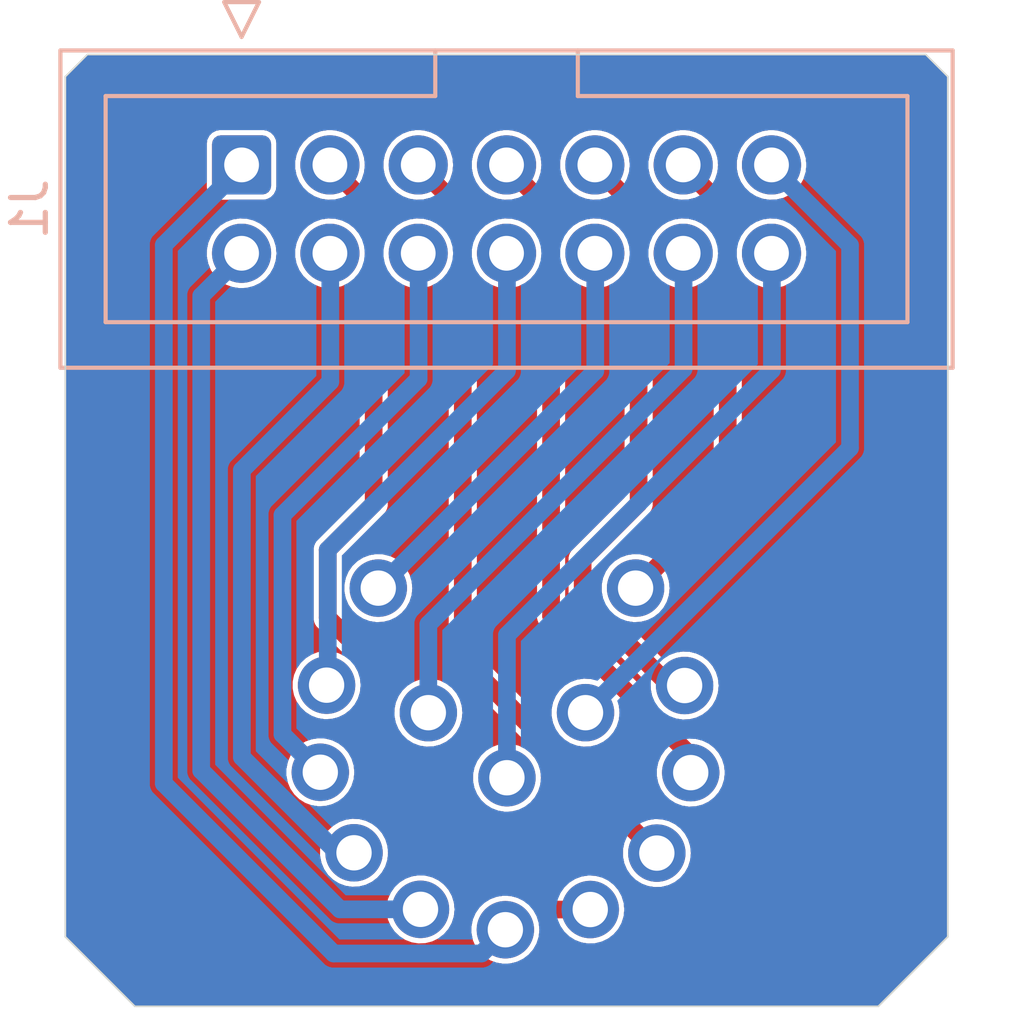
<source format=kicad_pcb>
(kicad_pcb (version 20210228) (generator pcbnew)
  (layers (0 "F.Cu" signal) (31 "B.Cu" signal) (34 "B.Paste" user) (35 "F.Paste" user) (36 "B.SilkS" user "B.Silkscreen") (37 "F.SilkS" user "F.Silkscreen") (38 "B.Mask" user) (39 "F.Mask" user) (44 "Edge.Cuts" user))
  (net 0 "")
  (net 1 "/14")
  (net 2 "/12")
  (net 3 "/10")
  (net 4 "/8")
  (net 5 "/6")
  (net 6 "/4")
  (net 7 "/2")
  (net 8 "/13")
  (net 9 "/11")
  (net 10 "/9")
  (net 11 "/7")
  (net 12 "/5")
  (net 13 "/3")
  (net 14 "/1")
  (footprint "adapter:DIN14" (layer "F.Cu") (at 148.5111 111.0616)
    (fp_text reference "J2" hide)
    (fp_text value "DIN14")
    (pad "1" thru_hole circle (at -0.045496 5.418781) (size 1.651 1.651) (drill 1.016) (layers *.Cu *.Mask) (net 14 "/1"))
    (pad "2" thru_hole circle (at -2.485818 4.832987) (size 1.651 1.651) (drill 1.016) (layers *.Cu *.Mask) (net 7 "/2"))
    (pad "3" thru_hole circle (at 2.396012 4.837959) (size 1.651 1.651) (drill 1.016) (layers *.Cu *.Mask) (net 13 "/3"))
    (pad "4" thru_hole circle (at -4.397625 3.207156) (size 1.651 1.651) (drill 1.016) (layers *.Cu *.Mask) (net 6 "/4"))
    (pad "5" thru_hole circle (at 4.311125 3.216025) (size 1.651 1.651) (drill 1.016) (layers *.Cu *.Mask) (net 12 "/5"))
    (pad "6" thru_hole circle (at -5.367796 0.892615) (size 1.651 1.651) (drill 1.016) (layers *.Cu *.Mask) (net 5 "/6"))
    (pad "7" thru_hole circle (at 5.286009 0.903465) (size 1.651 1.651) (drill 1.016) (layers *.Cu *.Mask) (net 11 "/7"))
    (pad "8" thru_hole circle (at -5.186687 -1.610484) (size 1.651 1.651) (drill 1.016) (layers *.Cu *.Mask) (net 4 "/8"))
    (pad "9" thru_hole circle (at 5.11 -1.6) (size 1.651 1.651) (drill 1.016) (layers *.Cu *.Mask) (net 10 "/9"))
    (pad "10" thru_hole circle (at -3.7 -4.4) (size 1.651 1.651) (drill 1.016) (layers *.Cu *.Mask) (net 3 "/10"))
    (pad "11" thru_hole circle (at 3.7 -4.4) (size 1.651 1.651) (drill 1.016) (layers *.Cu *.Mask) (net 9 "/11"))
    (pad "12" thru_hole circle (at -2.26 -0.82) (size 1.651 1.651) (drill 1.016) (layers *.Cu *.Mask) (net 2 "/12"))
    (pad "13" thru_hole circle (at 2.26 -0.82) (size 1.651 1.651) (drill 1.016) (layers *.Cu *.Mask) (net 8 "/13"))
    (pad "14" thru_hole circle (at 0 1.05) (size 1.651 1.651) (drill 1.016) (layers *.Cu *.Mask) (net 1 "/14"))
  )
  (footprint "Connector_IDC:IDC-Header_2x07_P2.54mm_Vertical" (layer "B.Cu") (at 140.88 94.4975 -90)
    (fp_text reference "J1" (at 1.27 6.1 90) (layer "B.SilkS") (effects (justify mirror)))
    (fp_text value "02x07")
    (fp_line (start -1.98 -9.67) (end -1.98 -9.67) (layer "B.SilkS") (width 0.12))
    (fp_line (start -4.68 0.5) (end -4.68 -0.5) (layer "B.SilkS") (width 0.12))
    (fp_line (start 5.83 5.21) (end 5.83 -20.45) (layer "B.SilkS") (width 0.12))
    (fp_line (start -3.68 0) (end -4.68 0.5) (layer "B.SilkS") (width 0.12))
    (fp_line (start -4.68 -0.5) (end -3.68 0) (layer "B.SilkS") (width 0.12))
    (fp_line (start -3.29 5.21) (end 5.83 5.21) (layer "B.SilkS") (width 0.12))
    (fp_line (start 4.52 3.91) (end 4.52 -19.15) (layer "B.SilkS") (width 0.12))
    (fp_line (start 4.52 -19.15) (end -1.98 -19.15) (layer "B.SilkS") (width 0.12))
    (fp_line (start -1.98 -5.57) (end -1.98 3.91) (layer "B.SilkS") (width 0.12))
    (fp_line (start -1.98 -9.67) (end -3.29 -9.67) (layer "B.SilkS") (width 0.12))
    (fp_line (start -3.29 -20.45) (end -3.29 5.21) (layer "B.SilkS") (width 0.12))
    (fp_line (start 5.83 -20.45) (end -3.29 -20.45) (layer "B.SilkS") (width 0.12))
    (fp_line (start -3.29 -5.57) (end -1.98 -5.57) (layer "B.SilkS") (width 0.12))
    (fp_line (start -1.98 3.91) (end 4.52 3.91) (layer "B.SilkS") (width 0.12))
    (fp_line (start -1.98 -19.15) (end -1.98 -9.67) (layer "B.SilkS") (width 0.12))
    (pad "1" thru_hole roundrect (at 0 0 270) (size 1.7 1.7) (drill 1) (layers *.Cu *.Mask) (roundrect_rratio 0.1470588235294118) (net 14 "/1"))
    (pad "2" thru_hole circle (at 2.54 0 270) (size 1.7 1.7) (drill 1) (layers *.Cu *.Mask) (net 7 "/2"))
    (pad "3" thru_hole circle (at 0 -2.54 270) (size 1.7 1.7) (drill 1) (layers *.Cu *.Mask) (net 13 "/3"))
    (pad "4" thru_hole circle (at 2.54 -2.54 270) (size 1.7 1.7) (drill 1) (layers *.Cu *.Mask) (net 6 "/4"))
    (pad "5" thru_hole circle (at 0 -5.08 270) (size 1.7 1.7) (drill 1) (layers *.Cu *.Mask) (net 12 "/5"))
    (pad "6" thru_hole circle (at 2.54 -5.08 270) (size 1.7 1.7) (drill 1) (layers *.Cu *.Mask) (net 5 "/6"))
    (pad "7" thru_hole circle (at 0 -7.62 270) (size 1.7 1.7) (drill 1) (layers *.Cu *.Mask) (net 11 "/7"))
    (pad "8" thru_hole circle (at 2.54 -7.62 270) (size 1.7 1.7) (drill 1) (layers *.Cu *.Mask) (net 4 "/8"))
    (pad "9" thru_hole circle (at 0 -10.16 270) (size 1.7 1.7) (drill 1) (layers *.Cu *.Mask) (net 10 "/9"))
    (pad "10" thru_hole circle (at 2.54 -10.16 270) (size 1.7 1.7) (drill 1) (layers *.Cu *.Mask) (net 3 "/10"))
    (pad "11" thru_hole circle (at 0 -12.7 270) (size 1.7 1.7) (drill 1) (layers *.Cu *.Mask) (net 9 "/11"))
    (pad "12" thru_hole circle (at 2.54 -12.7 270) (size 1.7 1.7) (drill 1) (layers *.Cu *.Mask) (net 2 "/12"))
    (pad "13" thru_hole circle (at 0 -15.24 270) (size 1.7 1.7) (drill 1) (layers *.Cu *.Mask) (net 8 "/13"))
    (pad "14" thru_hole circle (at 2.54 -15.24 270) (size 1.7 1.7) (drill 1) (layers *.Cu *.Mask) (net 1 "/14"))
  )
  (gr_line (start 135.8111 91.9606) (end 135.8111 116.6816) (layer "Edge.Cuts") (width 0.05))
  (gr_line (start 159.1911 118.6816) (end 161.1911 116.6816) (layer "Edge.Cuts") (width 0.05))
  (gr_line (start 161.1911 116.6816) (end 161.1911 91.9606) (layer "Edge.Cuts") (width 0.05))
  (gr_line (start 137.8111 118.6816) (end 159.1911 118.6816) (layer "Edge.Cuts") (width 0.05))
  (gr_line (start 135.8111 116.6816) (end 137.8111 118.6816) (layer "Edge.Cuts") (width 0.05))
  (gr_line (start 161.1911 91.9606) (end 160.5561 91.3256) (layer "Edge.Cuts") (width 0.05))
  (gr_line (start 160.5561 91.3256) (end 136.4461 91.3256) (layer "Edge.Cuts") (width 0.05))
  (gr_line (start 136.4461 91.3256) (end 135.8111 91.9606) (layer "Edge.Cuts") (width 0.05))
  (segment (start 148.5111 112.1116) (end 148.5111 108.0136) (width 0.508) (layer "B.Cu") (net 1))
  (segment (start 156.1311 100.3936) (end 156.1311 97.0916) (width 0.508) (layer "B.Cu") (net 1))
  (segment (start 148.5111 108.0136) (end 156.1311 100.3936) (width 0.508) (layer "B.Cu") (net 1))
  (segment (start 146.2511 110.2416) (end 146.2511 107.7016) (width 0.508) (layer "B.Cu") (net 2))
  (segment (start 153.5911 100.3616) (end 146.2511 107.7016) (width 0.508) (layer "B.Cu") (net 2))
  (segment (start 153.5911 100.3616) (end 153.5911 97.0916) (width 0.508) (layer "B.Cu") (net 2))
  (segment (start 151.0511 100.4216) (end 151.0511 97.0916) (width 0.508) (layer "B.Cu") (net 3))
  (segment (start 144.8111 106.6616) (end 151.0511 100.4216) (width 0.508) (layer "B.Cu") (net 3))
  (segment (start 143.3576 109.417928) (end 143.3576 105.5624) (width 0.508) (layer "B.Cu") (net 4))
  (segment (start 143.324412 109.451116) (end 143.3576 109.417928) (width 0.508) (layer "B.Cu") (net 4))
  (segment (start 143.3576 105.5624) (end 148.5111 100.4089) (width 0.508) (layer "B.Cu") (net 4))
  (segment (start 148.5111 100.4089) (end 148.5111 97.0916) (width 0.508) (layer "B.Cu") (net 4))
  (segment (start 143.143303 111.954216) (end 143.143303 111.952103) (width 0.508) (layer "B.Cu") (net 5))
  (segment (start 143.143303 111.952103) (end 142.055512 110.864312) (width 0.508) (layer "B.Cu") (net 5))
  (segment (start 145.9711 100.6476) (end 145.9711 97.0916) (width 0.508) (layer "B.Cu") (net 5))
  (segment (start 142.055512 110.864312) (end 142.055512 104.563188) (width 0.508) (layer "B.Cu") (net 5))
  (segment (start 142.055512 104.563188) (end 145.9711 100.6476) (width 0.508) (layer "B.Cu") (net 5))
  (segment (start 144.113475 114.268757) (end 143.638169 114.268757) (width 0.508) (layer "B.Cu") (net 6))
  (segment (start 143.4311 100.72965) (end 143.4311 97.0916) (width 0.508) (layer "B.Cu") (net 6))
  (segment (start 143.638169 114.268757) (end 140.887112 111.5177) (width 0.508) (layer "B.Cu") (net 6))
  (segment (start 140.887112 111.5177) (end 140.887112 103.273638) (width 0.508) (layer "B.Cu") (net 6))
  (segment (start 140.887112 103.273638) (end 143.4311 100.72965) (width 0.508) (layer "B.Cu") (net 6))
  (segment (start 143.707588 115.894588) (end 139.718712 111.905712) (width 0.508) (layer "B.Cu") (net 7))
  (segment (start 139.718712 98.263988) (end 140.8911 97.0916) (width 0.508) (layer "B.Cu") (net 7))
  (segment (start 146.025281 115.894588) (end 143.707588 115.894588) (width 0.508) (layer "B.Cu") (net 7))
  (segment (start 139.718712 111.905712) (end 139.718712 98.263988) (width 0.508) (layer "B.Cu") (net 7))
  (segment (start 150.7711 110.2416) (end 158.3785 102.6342) (width 0.508) (layer "B.Cu") (net 8))
  (segment (start 156.1311 94.5615) (end 156.1311 94.5516) (width 0.508) (layer "B.Cu") (net 8))
  (segment (start 158.3785 102.6342) (end 158.3785 96.8089) (width 0.508) (layer "B.Cu") (net 8))
  (segment (start 158.3785 96.8089) (end 156.1311 94.5615) (width 0.508) (layer "B.Cu") (net 8))
  (segment (start 154.8611 104.0116) (end 154.8611 95.8216) (width 0.508) (layer "F.Cu") (net 9))
  (segment (start 152.2111 106.6616) (end 154.8611 104.0116) (width 0.508) (layer "F.Cu") (net 9))
  (segment (start 154.8611 95.8216) (end 153.5911 94.5516) (width 0.508) (layer "F.Cu") (net 9))
  (segment (start 153.6211 109.4616) (end 153.191423 109.4616) (width 0.508) (layer "F.Cu") (net 10))
  (segment (start 150.6882 105.8415) (end 152.2984 104.2313) (width 0.508) (layer "F.Cu") (net 10))
  (segment (start 152.2984 104.2313) (end 152.2984 95.7989) (width 0.508) (layer "F.Cu") (net 10))
  (segment (start 150.6882 106.958377) (end 150.6882 105.8415) (width 0.508) (layer "F.Cu") (net 10))
  (segment (start 153.191423 109.4616) (end 150.6882 106.958377) (width 0.508) (layer "F.Cu") (net 10))
  (segment (start 152.2984 95.7989) (end 151.0511 94.5516) (width 0.508) (layer "F.Cu") (net 10))
  (segment (start 149.7811 95.8216) (end 148.5111 94.5516) (width 0.508) (layer "F.Cu") (net 11))
  (segment (start 153.797109 111.965066) (end 153.797109 111.480709) (width 0.508) (layer "F.Cu") (net 11))
  (segment (start 149.7811 107.4647) (end 149.7811 95.8216) (width 0.508) (layer "F.Cu") (net 11))
  (segment (start 153.797109 111.480709) (end 149.7811 107.4647) (width 0.508) (layer "F.Cu") (net 11))
  (segment (start 147.2411 95.8216) (end 145.9711 94.5516) (width 0.508) (layer "F.Cu") (net 12))
  (segment (start 147.2411 108.6965) (end 147.2411 95.8216) (width 0.508) (layer "F.Cu") (net 12))
  (segment (start 152.822225 114.277625) (end 147.2411 108.6965) (width 0.508) (layer "F.Cu") (net 12))
  (segment (start 144.6784 95.7989) (end 144.6784 104.2416) (width 0.508) (layer "F.Cu") (net 13))
  (segment (start 144.6784 104.2416) (end 143.3576 105.5624) (width 0.508) (layer "F.Cu") (net 13))
  (segment (start 144.847312 110.886313) (end 149.860559 115.89956) (width 0.508) (layer "F.Cu") (net 13))
  (segment (start 143.3576 107.510601) (end 144.847312 109.000313) (width 0.508) (layer "F.Cu") (net 13))
  (segment (start 143.3576 105.5624) (end 143.3576 107.510601) (width 0.508) (layer "F.Cu") (net 13))
  (segment (start 143.4311 94.5516) (end 144.6784 95.7989) (width 0.508) (layer "F.Cu") (net 13))
  (segment (start 144.847312 109.000313) (end 144.847312 110.886313) (width 0.508) (layer "F.Cu") (net 13))
  (segment (start 149.860559 115.89956) (end 150.907112 115.89956) (width 0.508) (layer "F.Cu") (net 13))
  (segment (start 148.465603 116.480382) (end 147.782497 117.163488) (width 0.508) (layer "B.Cu") (net 14))
  (segment (start 143.528688 117.163488) (end 138.6437 112.2785) (width 0.508) (layer "B.Cu") (net 14))
  (segment (start 138.6437 112.2785) (end 138.6437 96.799) (width 0.508) (layer "B.Cu") (net 14))
  (segment (start 138.6437 96.799) (end 140.8911 94.5516) (width 0.508) (layer "B.Cu") (net 14))
  (segment (start 147.782497 117.163488) (end 143.528688 117.163488) (width 0.508) (layer "B.Cu") (net 14))
  (zone (net 0) (net_name "") (layers F&B.Cu) (priority 6) (connect_pads (clearance 0.000001)) (min_thickness 0.0254) (fill yes (thermal_gap 0.0754) (thermal_bridge_width 0.0754))
    (polygon (pts (xy 161.7318 119.2023) (xy 135.2904 119.2023) (xy 135.2904 90.9829) (xy 161.7318 90.9829)))
  )
  (zone (net 0) (net_name "") (layer "B.Cu") (priority 6) (connect_pads (clearance 0.000001)) (min_thickness 0.0254) (fill yes (thermal_gap 0.0754) (thermal_bridge_width 0.0754))
    (polygon (pts (xy 161.7318 119.2023) (xy 135.2904 119.2023) (xy 135.2904 90.9829) (xy 161.7318 90.9829)))
  )
)
</source>
